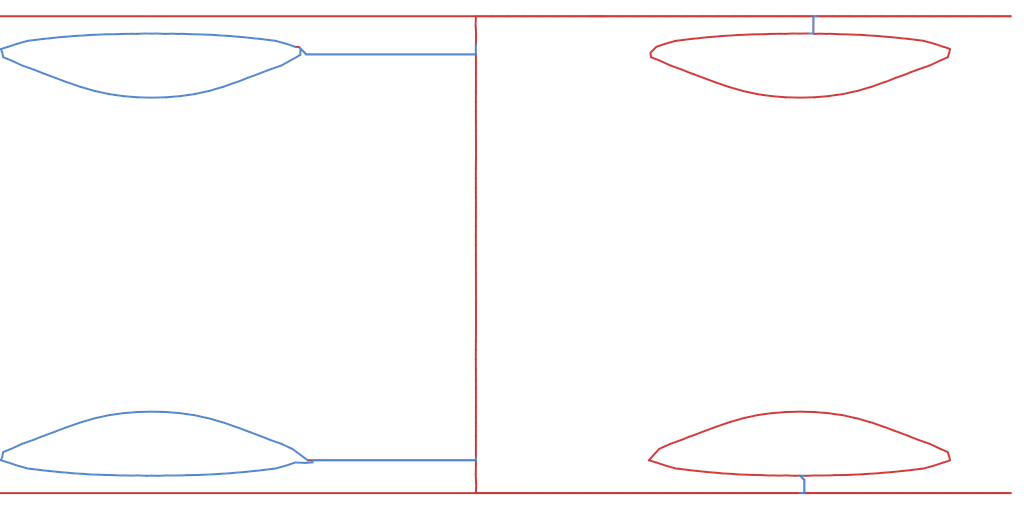
<source format=kicad_pcb>
(kicad_pcb (version 20221018) (generator pcbnew)
  (layers (0 "F.Cu" signal) (31 "B.Cu" signal) (34 "B.Paste" user) (35 "F.Paste" user) (36 "B.SilkS" user "B.Silkscreen") (37 "F.SilkS" user "F.Silkscreen") (38 "B.Mask" user) (39 "F.Mask" user) (44 "Edge.Cuts" user))
  (net 0 "")
  (net 1 "Net-(J1-Pin_1)")
  (footprint "Library:Banana_Jack_2Pin_Vert" (layer "F.Cu") (at 1434.118996 469.282843)
    (fp_text reference "J1")
    (fp_text value "Conn_01x02_Socket")
  )
  (gr_text "-->" (at -534.1878 -296.064912) (layer "F.SilkS") (effects (font (size 20 20) (thickness 0.1)) (justify left bottom)))
  (gr_text "-->" (at 575.477632 -513.744233) (layer "F.SilkS") (effects (font (size 20 20) (thickness 0.1)) (justify left bottom)))
  (gr_text "-->" (at -522.754782 490.520806) (layer "F.SilkS") (effects (font (size 20 20) (thickness 0.1)) (justify left bottom)))
  (gr_text "-->" (at 718.649519 322.951) (layer "F.SilkS") (effects (font (size 20 20) (thickness 0.1)) (justify left bottom)))
  (gr_text "<--" (at 805.662853 -291.999) (layer "F.SilkS") (effects (font (size 20 20) (thickness 0.1)) (justify left bottom)))
  (gr_text "<--" (at -535.861133 -485.988245) (layer "F.SilkS") (effects (font (size 20 20) (thickness 0.1)) (justify left bottom)))
  (gr_text "<--" (at 802.451856 540.576936) (layer "F.SilkS") (effects (font (size 20 20) (thickness 0.1)) (justify left bottom)))
  (gr_text "<--" (at 188.218591 131.362734 270) (layer "F.SilkS") (effects (font (size 20 20) (thickness 0.1)) (justify left bottom)))
  (gr_text "-->" (at 693.549519 -435.905667) (layer "F.SilkS") (effects (font (size 20 20) (thickness 0.1)) (justify left bottom)))
  (gr_text "<--" (at -522.271643 308.555172) (layer "F.SilkS") (effects (font (size 20 20) (thickness 0.1)) (justify left bottom)))
  (gr_text "<--" (at 703.264149 450.612389) (layer "F.SilkS") (effects (font (size 20 20) (thickness 0.1)) (justify left bottom)))
  (segment (start 411.98 -499.9992) (end 441.566084 -499.999897) (width 4) (layer "F.Cu") (net 1))
  (segment (start 1125.76 -396.7417) (end 1125.73 -396.73) (width 4) (layer "F.Cu") (net 1))
  (segment (start 1518.485687 -0.0283) (end 1518.485687 0.03) (width 4) (layer "F.Cu") (net 1))
  (segment (start 1518.485687 -240.0333) (end 1518.485687 -239.95) (width 4) (layer "F.Cu") (net 1))
  (segment (start 1154.77 -435.811) (end 1161.99 -433.7) (width 4) (layer "F.Cu") (net 1))
  (segment (start 445.96 499.9992) (end 411.98 500) (width 4) (layer "F.Cu") (net 1))
  (segment (start 853.82 -329.2787) (end 823.85 -330) (width 4) (layer "F.Cu") (net 1))
  (segment (start 174.06 -79.9991) (end 174.06 -80) (width 4) (layer "F.Cu") (net 1))
  (segment (start 1078.72 452.7285) (end 1069.29 453.52) (width 4) (layer "F.Cu") (net 1))
  (segment (start 1148.67 -407.4969) (end 1125.76 -396.74) (width 4) (layer "F.Cu") (net 1))
  (segment (start 173.98 -179.9755) (end 173.96 -180.03) (width 4) (layer "F.Cu") (net 1))
  (segment (start 1518.485687 260.0201) (end 1518.485687 280) (width 4) (layer "F.Cu") (net 1))
  (segment (start 310.01 499.9978) (end 276.03 500) (width 4) (layer "F.Cu") (net 1))
  (segment (start 995.14 459.77) (end 984.94 460.51) (width 4) (layer "F.Cu") (net 1))
  (segment (start 717.87 -499.9999) (end 717.87 -500) (width 4) (layer "F.Cu") (net 1))
  (segment (start 1397.63 -499.9984) (end 1397.63 -500) (width 4) (layer "F.Cu") (net 1))
  (segment (start 174.06 414.0678) (end 174.05 400.01) (width 4) (layer "F.Cu") (net 1))
  (segment (start 174.78 480.2237) (end 174.39 479.88) (width 4) (layer "F.Cu") (net 1))
  (segment (start 173.87 199.9427) (end 174.06 183.03) (width 4) (layer "F.Cu") (net 1))
  (segment (start 174.09 -359.9914) (end 174.09 -360.01) (width 4) (layer "F.Cu") (net 1))
  (segment (start 1431.62 499.9969) (end 1431.61 500) (width 4) (layer "F.Cu") (net 1))
  (segment (start 994.09 -459.8761) (end 1015.98 -458.66) (width 4) (layer "F.Cu") (net 1))
  (segment (start 853.251894 500) (end 819.83 500) (width 4) (layer "F.Cu") (net 1))
  (segment (start 276.02 499.9967) (end 242.04 500) (width 4) (layer "F.Cu") (net 1))
  (segment (start 1518.485687 219.8656) (end 1518.485687 220.08) (width 4) (layer "F.Cu") (net 1))
  (segment (start 1518.485687 -300.0158) (end 1518.485687 -299.98) (width 4) (layer "F.Cu") (net 1))
  (segment (start 242.03 499.9943) (end 208.06 499.99) (width 4) (layer "F.Cu") (net 1))
  (segment (start 1168.29 431.1615) (end 1161.99 433.7) (width 4) (layer "F.Cu") (net 1))
  (segment (start 173.79 459.9186) (end 174.06 440) (width 4) (layer "F.Cu") (net 1))
  (segment (start 570.8 -442.1095) (end 592.76 -448.37) (width 4) (layer "F.Cu") (net 1))
  (segment (start 173.94 -140.0366) (end 173.92 -159.96) (width 4) (layer "F.Cu") (net 1))
  (segment (start 798.86 462.9454) (end 788.49 463.17) (width 4) (layer "F.Cu") (net 1))
  (segment (start 1518.485687 80.029) (end 1518.485687 99.97) (width 4) (layer "F.Cu") (net 1))
  (segment (start 1518.485687 120.0346) (end 1518.485687 139.98) (width 4) (layer "F.Cu") (net 1))
  (segment (start 1518.485687 -380.0114) (end 1518.485687 -379.99) (width 4) (layer "F.Cu") (net 1))
  (segment (start 1518.485687 -160.1159) (end 1518.485687 -159.92) (width 4) (layer "F.Cu") (net 1))
  (segment (start 479.95 -499.9993) (end 479.95 -500) (width 4) (layer "F.Cu") (net 1))
  (segment (start 1518.485687 280.0024) (end 1518.485687 283.6) (width 4) (layer "F.Cu") (net 1))
  (segment (start 793.86 -332.5076) (end 776.92 -334.74) (width 4) (layer "F.Cu") (net 1))
  (segment (start 1518.485687 180.0586) (end 1518.485687 199.87) (width 4) (layer "F.Cu") (net 1))
  (segment (start 1518.485687 340.0008) (end 1518.485687 359.99) (width 4) (layer "F.Cu") (net 1))
  (segment (start 377.99 -500) (end 441.565981 -500) (width 4) (layer "F.Cu") (net 1))
  (segment (start 174.09 -499.9857) (end 208.04 -499.99) (width 4) (layer "F.Cu") (net 1))
  (segment (start 881.352176 -500) (end 881.833847 -499.518329) (width 4) (layer "F.Cu") (net 1))
  (segment (start 894.51 463.1912) (end 885.55 463.02) (width 4) (layer "F.Cu") (net 1))
  (segment (start 1518.485687 -59.9731) (end 1518.485687 -40.04) (width 4) (layer "F.Cu") (net 1))
  (segment (start 1449.358996 454.552843) (end 1461.994939 454.552843) (width 4) (layer "F.Cu") (net 1))
  (segment (start 1518.485687 340.0007) (end 1518.485687 340) (width 4) (layer "F.Cu") (net 1))
  (segment (start 1518.485687 -273.5537) (end 1518.485687 -260.01) (width 4) (layer "F.Cu") (net 1))
  (segment (start 637.69 -453.52) (end 659.06 -455.94) (width 4) (layer "F.Cu") (net 1))
  (segment (start 683.88 -499.9999) (end 683.88 -500) (width 4) (layer "F.Cu") (net 1))
  (segment (start 862.693832 472.354632) (end 853.82 463.4808) (width 4) (layer "F.Cu") (net 1))
  (segment (start 1518.485687 -280.0054) (end 1518.485687 -279.99) (width 4) (layer "F.Cu") (net 1))
  (segment (start 917.61 462.936) (end 894.51 463.19) (width 4) (layer "F.Cu") (net 1))
  (segment (start 1518.485687 35.6371) (end 1518.485687 40) (width 4) (layer "F.Cu") (net 1))
  (segment (start 881.833847 -499.518329) (end 881.76 -499.444482) (width 4) (layer "F.Cu") (net 1))
  (segment (start 1499.6 499.9856) (end 1499.58 499.99) (width 4) (layer "F.Cu") (net 1))
  (segment (start 1069.29 453.5229) (end 1047.75 455.88) (width 4) (layer "F.Cu") (net 1))
  (segment (start 174.28 -459.92) (end 174.38 -460.12) (width 4) (layer "F.Cu") (net 1))
  (segment (start 173.97 -20.0277) (end 173.98 -39.98) (width 4) (layer "F.Cu") (net 1))
  (segment (start 1518.485687 -260.0137) (end 1518.485687 -259.98) (width 4) (layer "F.Cu") (net 1))
  (segment (start 1518.485687 -200.0002) (end 1518.485687 -180.1) (width 4) (layer "F.Cu") (net 1))
  (segment (start 1159.71 499.9996) (end 1125.73 500) (width 4) (layer "F.Cu") (net 1))
  (segment (start 1003.73 351.9789) (end 1029.61 361.19) (width 4) (layer "F.Cu") (net 1))
  (segment (start 174.26 -239.9262) (end 174.18 -240.05) (width 4) (layer "F.Cu") (net 1))
  (segment (start 1193.7 -499.9995) (end 1227.68 -500) (width 4) (layer "F.Cu") (net 1))
  (segment (start 637.37 -375.9386) (end 630.65 -378.6) (width 4) (layer "F.Cu") (net 1))
  (segment (start 1136.09 442.0737) (end 1113.15 448.37) (width 4) (layer "F.Cu") (net 1))
  (segment (start 1078.71 -452.7209) (end 1107.92 -449.12) (width 4) (layer "F.Cu") (net 1))
  (segment (start 691.02 458.7034) (end 675.24 457.19) (width 4) (layer "F.Cu") (net 1))
  (segment (start 1461.994939 454.552843) (end 1462.376413 454.171369) (width 4) (layer "F.Cu") (net 1))
  (segment (start 1518.485687 -119.9735) (end 1518.485687 -100.02) (width 4) (layer "F.Cu") (net 1))
  (segment (start 1163.47 -413.9516) (end 1148.67 -407.5) (width 4) (layer "F.Cu") (net 1))
  (segment (start -178.735691 431.15037) (end -178.796061 431.09) (width 4) (layer "F.Cu") (net 1))
  (segment (start 242.03 -499.9945) (end 242.04 -500) (width 4) (layer "F.Cu") (net 1))
  (segment (start 174.06 -470.142) (end 173.69 -479.88) (width 4) (layer "F.Cu") (net 1))
  (segment (start 755.06 -462.0522) (end 779.47 -462.3) (width 4) (layer "F.Cu") (net 1))
  (segment (start 763.88 -336.7823) (end 739.31 -342.06) (width 4) (layer "F.Cu") (net 1))
  (segment (start 825.86 462.9868) (end 808.74 463.41) (width 4) (layer "F.Cu") (net 1))
  (segment (start 1193.7 -499.9996) (end 1193.7 -500) (width 4) (layer "F.Cu") (net 1))
  (segment (start 1518.485687 320.0074) (end 1518.485687 339.76) (width 4) (layer "F.Cu") (net 1))
  (segment (start 581.92 499.9996) (end 547.93 500) (width 4) (layer "F.Cu") (net 1))
  (segment (start 174.1 -399.9864) (end 174.1 -400.01) (width 4) (layer "F.Cu") (net 1))
  (segment (start 1518.485687 119.9727) (end 1518.485687 120.03) (width 4) (layer "F.Cu") (net 1))
  (segment (start 174.08 -440.0086) (end 174.079864 -440.464717) (width 4) (layer "F.Cu") (net 1))
  (segment (start 174.06 24.461) (end 174.05 20) (width 4) (layer "F.Cu") (net 1))
  (segment (start 723.94 460.8738) (end 713.48 459.89) (width 4) (layer "F.Cu") (net 1))
  (segment (start 739.13 341.9933) (end 763.88 336.7) (width 4) (layer "F.Cu") (net 1))
  (segment (start 1518.485687 59.983) (end 1518.485687 60.02) (width 4) (layer "F.Cu") (net 1))
  (segment (start 1518.485687 -239.9463) (end 1518.485687 -220.04) (width 4) (layer "F.Cu") (net 1))
  (segment (start 853.82 463.4808) (end 842.18 463.76) (width 4) (layer "F.Cu") (net 1))
  (segment (start 1449.358996 484.522843) (end 1448.653412 484.522843) (width 0.2) (layer "F.Cu") (net 1))
  (segment (start 552.29 435.8432) (end 545.23 433.72) (width 4) (layer "F.Cu") (net 1))
  (segment (start -178.675321 431.09) (end -178.735691 431.15037) (width 4) (layer "F.Cu") (net 1))
  (segment (start 547.93 -499.9996) (end 547.93 -500) (width 4) (layer "F.Cu") (net 1))
  (segment (start 1107.92 -449.1153) (end 1109.28 -448.99) (width 4) (layer "F.Cu") (net 1))
  (segment (start 174.05 -340.0041) (end 174.06 -345.24) (width 4) (layer "F.Cu") (net 1))
  (segment (start 953.36 -461.9339) (end 965.3 -461.44) (width 4) (layer "F.Cu") (net 1))
  (segment (start 1518.485687 160.0076) (end 1518.485687 162.64) (width 4) (layer "F.Cu") (net 1))
  (segment (start 653.27 -369.9797) (end 637.37 -375.94) (width 4) (layer "F.Cu") (net 1))
  (segment (start 965.3 -461.4403) (end 983.06 -460.88) (width 4) (layer "F.Cu") (net 1))
  (segment (start 1518.485687 470.3295) (end 1518.485687 479.88) (width 4) (layer "F.Cu") (net 1))
  (segment (start 926.95 462.3792) (end 917.61 462.94) (width 4) (layer "F.Cu") (net 1))
  (segment (start 276.03 -499.9978) (end 310.01 -500) (width 4) (layer "F.Cu") (net 1))
  (segment (start 703.91 -351.9678) (end 677.84 -360.9) (width 4) (layer "F.Cu") (net 1))
  (segment (start 1518.485687 20.0134) (end 1518.485687 35.64) (width 4) (layer "F.Cu") (net 1))
  (segment (start 174.36 -219.8878) (end 174.24 -220.07) (width 4) (layer "F.Cu") (net 1))
  (segment (start 552.3 -435.76) (end 540.14 -423.6) (width 4) (layer "F.Cu") (net 1))
  (segment (start 885.55 463.0153) (end 866.48 463.79) (width 4) (layer "F.Cu") (net 1))
  (segment (start 174.06 -499.3252) (end 174.09 -499.99) (width 4) (layer "F.Cu") (net 1))
  (segment (start 838.41 -463.7995) (end 853.82 -463.49) (width 4) (layer "F.Cu") (net 1))
  (segment (start 883.89 -330.0335) (end 883.8 -330.02) (width 4) (layer "F.Cu") (net 1))
  (segment (start 513.94 499.9996) (end 513.94 500) (width 4) (layer "F.Cu") (net 1))
  (segment (start 675.24 457.1916) (end 659.09 455.91) (width 4) (layer "F.Cu") (net 1))
  (segment (start 1518.485687 -359.996) (end 1518.485687 -351.72) (width 4) (layer "F.Cu") (net 1))
  (segment (start 173.96 -180.0307) (end 174.06 -186.44) (width 4) (layer "F.Cu") (net 1))
  (segment (start 615.9 -499.9997) (end 615.9 -500) (width 4) (layer "F.Cu") (net 1))
  (segment (start 722.52 -460.5595) (end 747.04 -461.65) (width 4) (layer "F.Cu") (net 1))
  (segment (start 615.9 499.9998) (end 615.9 500) (width 4) (layer "F.Cu") (net 1))
  (segment (start 1518.485687 -140.0715) (end 1518.485687 -139.95) (width 4) (layer "F.Cu") (net 1))
  (segment (start 812.2 -463.2254) (end 822.43 -463.04) (width 4) (layer "F.Cu") (net 1))
  (segment (start 711.82 -459.7819) (end 722.52 -460.56) (width 4) (layer "F.Cu") (net 1))
  (segment (start 888.44524 -499.971517) (end 888.473723 -500) (width 4) (layer "F.Cu") (net 1))
  (segment (start 966.77 342.0483) (end 973.75 343.28) (width 4) (layer "F.Cu") (net 1))
  (segment (start 1518.485687 -220.0406) (end 1518.485687 -219.93) (width 4) (layer "F.Cu") (net 1))
  (segment (start 955.78 499.9999) (end 955.78 500) (width 4) (layer "F.Cu") (net 1))
  (segment (start 1518.485687 -480.2134) (end 1518.485687 -479.88) (width 4) (layer "F.Cu") (net 1))
  (segment (start 1518.485687 79.975) (end 1518.485687 80.03) (width 4) (layer "F.Cu") (net 1))
  (segment (start 581.92 396.7431) (end 581.92 396.74) (width 4) (layer "F.Cu") (net 1))
  (segment (start 1518.485687 -179.9221) (end 1518.485687 -160.12) (width 4) (layer "F.Cu") (net 1))
  (segment (start 174.06 -107.7471) (end 174.04 -119.99) (width 4) (layer "F.Cu") (net 1))
  (segment (start 173.98 -19.9737) (end 173.97 -20.03) (width 4) (layer "F.Cu") (net 1))
  (segment (start 513.94 -499.9996) (end 547.93 -500) (width 4) (layer "F.Cu") (net 1))
  (segment (start 1397.63 499.9978) (end 1397.63 500) (width 4) (layer "F.Cu") (net 1))
  (segment (start 174.1 320.0149) (end 174.11 319.98) (width 4) (layer "F.Cu") (net 1))
  (segment (start 1518.485687 0.0283) (end 1518.485687 19.99) (width 4) (layer "F.Cu") (net 1))
  (segment (start 1465.6 -499.9967) (end 1465.61 -499.99) (width 4) (layer "F.Cu") (net 1))
  (segment (start 1462.376413 496.756413) (end 1465.61 499.99) (width 4) (layer "F.Cu") (net 1))
  (segment (start 1023.76 499.9999) (end 1023.76 500) (width 4) (layer "F.Cu") (net 1))
  (segment (start 1518.485687 -19.9637) (end 1518.485687 -0.03) (width 4) (layer "F.Cu") (net 1))
  (segment (start 888.473723 -500) (end 921.8 -500) (width 4) (layer "F.Cu") (net 1))
  (segment (start 1431.61 499.9978) (end 1397.63 500) (width 4) (layer "F.Cu") (net 1))
  (segment (start 1518.485687 400.0084) (end 1518.485687 420) (width 4) (layer "F.Cu") (net 1))
  (segment (start 633.89 377.5013) (end 650.45 371.13) (width 4) (layer "F.Cu") (net 1))
  (segment (start 1083.69 -381.7102) (end 1079.06 -379.7) (width 4) (layer "F.Cu") (net 1))
  (segment (start 174.11 300.0172) (end 174.12 299.98) (width 4) (layer "F.Cu") (net 1))
  (segment (start 174.06 414.0678) (end 174.06 425.441319) (width 4) (layer "F.Cu") (net 1))
  (segment (start 174.09 180.0108) (end 174.09 179.99) (width 4) (layer "F.Cu") (net 1))
  (segment (start 739.31 -342.0567) (end 733.9 -343.29) (width 4) (layer "F.Cu") (net 1))
  (segment (start 174.06 425.441319) (end 174.071325 425.452644) (width 4) (layer "F.Cu") (net 1))
  (segment (start 1109.28 -448.9902) (end 1113.12 -448.37) (width 4) (layer "F.Cu") (net 1))
  (segment (start 921.8 -500) (end 955.78 -500) (width 4) (layer "F.Cu") (net 1))
  (segment (start 1518.485687 -319.9836) (end 1518.485687 -300.02) (width 4) (layer "F.Cu") (net 1))
  (segment (start 174.06 -80.0014) (end 174.06 -85.33) (width 4) (layer "F.Cu") (net 1))
  (segment (start 1518.485687 -351.7161) (end 1518.485687 -340.01) (width 4) (layer "F.Cu") (net 1))
  (segment (start 863.852013 463.79) (end 862.69906 463.79) (width 4) (layer "F.Cu") (net 1))
  (segment (start 649.9 -499.9999) (end 683.88 -500) (width 4) (layer "F.Cu") (net 1))
  (segment (start 1499.58 499.9945) (end 1465.61 499.99) (width 4) (layer "F.Cu") (net 1))
  (segment (start 1518.485687 -120.0337) (end 1518.485687 -119.97) (width 4) (layer "F.Cu") (net 1))
  (segment (start 1161.99 -433.7003) (end 1168.27 -431.16) (width 4) (layer "F.Cu") (net 1))
  (segment (start 558.23 407.4883) (end 581.92 396.74) (width 4) (layer "F.Cu") (net 1))
  (segment (start 174.06 431.09) (end -178.675321 431.09) (width 4) (layer "F.Cu") (net 1))
  (segment (start 1031.74 457.0652) (end 1016.4 458.54) (width 4) (layer "F.Cu") (net 1))
  (segment (start 174.09 280.011) (end 174.1 279.99) (width 4) (layer "F.Cu") (net 1))
  (segment (start 789.85 -462.9126) (end 812.2 -463.23) (width 4) (layer "F.Cu") (net 1))
  (segment (start 1518.485687 -60.0305) (end 1518.485687 -59.97) (width 4) (layer "F.Cu") (net 1))
  (segment (start 1518.485687 259.9721) (end 1518.485687 260.02) (width 4) (layer "F.Cu") (net 1))
  (segment (start 1023.76 499.9999) (end 989.77 500) (width 4) (layer "F.Cu") (net 1))
  (segment (start 1193.7 499.9995) (end 1193.7 500) (width 4) (layer "F.Cu") (net 1))
  (segment (start 441.566084 -499.999897) (end 445.96 -500) (width 4) (layer "F.Cu") (net 1))
  (segment (start 928.41 -334.7015) (end 913.78 -332.5) (width 4) (layer "F.Cu") (net 1))
  (segment (start 1125.72 499.9997) (end 1091.73 500) (width 4) (layer "F.Cu") (net 1))
  (segment (start 570.82 442.0867) (end 552.29 435.84) (width 4) (layer "F.Cu") (net 1))
  (segment (start 628.35 -452.7172) (end 637.69 -453.52) (width 4) (layer "F.Cu") (net 1))
  (segment (start 377.99 499.9991) (end 377.99 500) (width 4) (layer "F.Cu") (net 1))
  (segment (start 545.23 433.7218) (end 536.66 431.16) (width 4) (layer "F.Cu") (net 1))
  (segment (start 908.78 -462.9484) (end 917.78 -463.17) (width 4) (layer "F.Cu") (net 1))
  (segment (start 173.69 -479.8841) (end 173.29 -480.2) (width 4) (layer "F.Cu") (net 1))
  (segment (start 1518.485687 239.9251) (end 1518.485687 240.05) (width 4) (layer "F.Cu") (net 1))
  (segment (start 1159.71 499.9996) (end 1159.71 500) (width 4) (layer "F.Cu") (net 1))
  (segment (start 1518.485687 -180.0958) (end 1518.485687 -179.92) (width 4) (layer "F.Cu") (net 1))
  (segment (start 1518.485687 -279.9944) (end 1518.485687 -273.55) (width 4) (layer "F.Cu") (net 1))
  (segment (start 174.25 140.0688) (end 174.2 139.95) (width 4) (layer "F.Cu") (net 1))
  (segment (start 866.48 463.79) (end 863.984187 463.79) (width 4) (layer "F.Cu") (net 1))
  (segment (start 853.82 500) (end 853.340484 500) (width 4) (layer "F.Cu") (net 1))
  (segment (start 823.85 -329.9967) (end 823.84 -330) (width 4) (layer "F.Cu") (net 1))
  (segment (start 1125.7 -396.72) (end 1100.77 -388.12) (width 4) (layer "F.Cu") (net 1))
  (segment (start 888.416757 -500) (end 888.44524 -499.971517) (width 4) (layer "F.Cu") (net 1))
  (segment (start 917.78 -463.1727) (end 935.92 -462.26) (width 4) (layer "F.Cu") (net 1))
  (segment (start 174.06 183.0267) (end 174.09 180.01) (width 4) (layer "F.Cu") (net 1))
  (segment (start 822.43 -463.0407) (end 838.41 -463.8) (width 4) (layer "F.Cu") (net 1))
  (segment (start 1518.485687 -320.0159) (end 1518.485687 -319.98) (width 4) (layer "F.Cu") (net 1))
  (segment (start 675.19 -457.1395) (end 690.45 -458.58) (width 4) (layer "F.Cu") (net 1))
  (segment (start 1518.485687 -499.9866) (end 1518.485687 -480.21) (width 4) (layer "F.Cu") (net 1))
  (segment (start 1166.69 423.6493) (end 1168.29 431.16) (width 4) (layer "F.Cu") (net 1))
  (segment (start 873.465008 -463.77) (end 873.556827 -463.678181) (width 4) (layer "F.Cu") (net 1))
  (segment (start 552.3 -435.8513) (end 570.8 -442.11) (width 4) (layer "F.Cu") (net 1))
  (segment (start 1047.75 455.8796) (end 1031.74 457.07) (width 4) (layer "F.Cu") (net 1))
  (segment (start 1518.485687 -200.0398) (end 1518.485687 -200) (width 4) (layer "F.Cu") (net 1))
  (segment (start 547.93 -499.9996) (end 581.92 -500) (width 4) (layer "F.Cu") (net 1))
  (segment (start 706.8 -351.1128) (end 703.91 -351.97) (width 4) (layer "F.Cu") (net 1))
  (segment (start 649.89 -499.9998) (end 649.9 -500) (width 4) (layer "F.Cu") (net 1))
  (segment (start 1261.67 -499.9993) (end 1261.68 -500) (width 4) (layer "F.Cu") (net 1))
  (segment (start 955.78 -500) (end 955.78 -500) (width 4) (layer "F.Cu") (net 1))
  (segment (start 1125.72 396.7417) (end 1125.72 396.74) (width 4) (layer "F.Cu") (net 1))
  (segment (start 1518.485687 -469.4859) (end 1518.485687 -460.11) (width 4) (layer "F.Cu") (net 1))
  (segment (start 174.19 -200.0483) (end 174.36 -219.89) (width 4) (layer "F.Cu") (net 1))
  (segment (start 1163.39 413.9516) (end 1166.69 423.65) (width 4) (layer "F.Cu") (net 1))
  (segment (start 853.296189 499.955705) (end 853.251894 500) (width 4) (layer "F.Cu") (net 1))
  (segment (start 344 -499.9988) (end 377.99 -500) (width 4) (layer "F.Cu") (net 1))
  (segment (start 173.98 -40.0261) (end 174.02 -59.99) (width 4) (layer "F.Cu") (net 1))
  (segment (start 928.35 334.7223) (end 943.77 336.75) (width 4) (layer "F.Cu") (net 1))
  (segment (start 479.95 499.9995) (end 479.95 500) (width 4) (layer "F.Cu") (net 1))
  (segment (start 1499.58 -499.9943) (end 1499.6 -499.99) (width 4) (layer "F.Cu") (net 1))
  (segment (start 173.92 200.0438) (end 173.87 199.94) (width 4) (layer "F.Cu") (net 1))
  (segment (start 173.29 -480.2001) (end 174.06 -499.33) (width 4) (layer "F.Cu") (net 1))
  (segment (start 174.05 259.9956) (end 173.99 240.02) (width 4) (layer "F.Cu") (net 1))
  (segment (start 1079.06 -379.6977) (end 1073.43 -377.46) (width 4) (layer "F.Cu") (net 1))
  (segment (start 479.95 499.9993) (end 445.97 500) (width 4) (layer "F.Cu") (net 1))
  (segment (start 1431.62 -499.9967) (end 1465.6 -500) (width 4) (layer "F.Cu") (net 1))
  (segment (start 779.47 -462.2979) (end 789.85 -462.91) (width 4) (layer "F.Cu") (net 1))
  (segment (start 1227.69 -499.9993) (end 1261.67 -500) (width 4) (layer "F.Cu") (net 1))
  (segment (start 771.4 462.253) (end 753.71 461.93) (width 4) (layer "F.Cu") (net 1))
  (segment (start 598.24 -449) (end 599.6 -449.13) (width 4) (layer "F.Cu") (net 1))
  (segment (start 862.69906 463.79) (end 862.647224 463.841836) (width 4) (layer "F.Cu") (net 1))
  (segment (start 445.97 -499.9993) (end 479.95 -500) (width 4) (layer "F.Cu") (net 1))
  (segment (start 1035.44 -363.0619) (end 1028.57 -361.11) (width 4) (layer "F.Cu") (net 1))
  (segment (start 1161.99 433.6975) (end 1154.79 435.79) (width 4) (layer "F.Cu") (net 1))
  (segment (start 173.99 240.0234) (end 173.94 239.96) (width 4) (layer "F.Cu") (net 1))
  (segment (start 174.23 -199.9369) (end 174.19 -200.05) (width 4) (layer "F.Cu") (net 1))
  (segment (start 717.87 499.9999) (end 683.88 500) (width 4) (layer "F.Cu") (net 1))
  (segment (start 173.98 -39.9763) (end 173.98 -40.03) (width 4) (layer "F.Cu") (net 1))
  (segment (start 1499.6 -499.9866) (end 1518.485687 -499.99) (width 4) (layer "F.Cu") (net 1))
  (segment (start 1125.73 -396.7316) (end 1125.7 -396.72) (width 4) (layer "F.Cu") (net 1))
  (segment (start 536.66 431.1615) (end 558.23 407.4883) (width 4) (layer "F.Cu") (net 1))
  (segment (start 174.06 -345.2373) (end 174.09 -359.99) (width 4) (layer "F.Cu") (net 1))
  (segment (start 276.02 -499.9969) (end 276.03 -500) (width 4) (layer "F.Cu") (net 1))
  (segment (start 1051.49 369.2791) (end 1060.2 372.25) (width 4) (layer "F.Cu") (net 1))
  (segment (start 1518.485687 -419.9992) (end 1518.485687 -400.01) (width 4) (layer "F.Cu") (net 1))
  (segment (start 208.04 -499.9857) (end 208.06 -499.99) (width 4) (layer "F.Cu") (net 1))
  (segment (start 823.84 -329.9971) (end 823.83 -330) (width 4) (layer "F.Cu") (net 1))
  (segment (start 547.93 499.9996) (end 513.94 500) (width 4) (layer "F.Cu") (net 1))
  (segment (start 1033.32 362.1717) (end 1051.49 369.28) (width 4) (layer "F.Cu") (net 1))
  (segment (start 785.84 500) (end 751.86 500) (width 4) (layer "F.Cu") (net 1))
  (segment (start 1055.18 -371.1611) (end 1035.44 -363.06) (width 4) (layer "F.Cu") (net 1))
  (segment (start 174.11 -260.0196) (end 174.06 -277.94) (width 4) (layer "F.Cu") (net 1))
  (segment (start 1518.485687 -299.9827) (end 1518.485687 -280.01) (width 4) (layer "F.Cu") (net 1))
  (segment (start 1227.68 499.9995) (end 1193.7 500) (width 4) (layer "F.Cu") (net 1))
  (segment (start 174.06 -277.9355) (end 174.06 -280) (width 4) (layer "F.Cu") (net 1))
  (segment (start 1518.485687 -360.0051) (end 1518.485687 -360) (width 4) (layer "F.Cu") (net 1))
  (segment (start 615.9 -499.9998) (end 649.89 -500) (width 4) (layer "F.Cu") (net 1))
  (segment (start 1518.485687 -99.9856) (end 1518.485687 -80.02) (width 4) (layer "F.Cu") (net 1))
  (segment (start 733.9 -343.2917) (end 706.8 -351.11) (width 4) (layer "F.Cu") (net 1))
  (segment (start 1031.64 -457.1759) (end 1047.78 -455.91) (width 4) (layer "F.Cu") (net 1))
  (segment (start 785.85 500) (end 785.84 500) (width 4) (layer "F.Cu") (net 1))
  (segment (start 174.08 339.9944) (end 174.1 320.01) (width 4) (layer "F.Cu") (net 1))
  (segment (start 174.2 139.95) (end 174.23 120.06) (width 4) (layer "F.Cu") (net 1))
  (segment (start 673.64 -362.3952) (end 653.27 -369.98) (width 4) (layer "F.Cu") (net 1))
  (segment (start 959.84 461.6539) (end 952.23 462.06) (width 4) (layer "F.Cu") (net 1))
  (segment (start 173.92 220.0434) (end 173.82 219.93) (width 4) (layer "F.Cu") (net 1))
  (segment (start 1125.72 396.7436) (end 1125.73 396.75) (width 4) (layer "F.Cu") (net 1))
  (segment (start 174.38 -460.1224) (end 174.06 -470.14) (width 4) (layer "F.Cu") (net 1))
  (segment (start 1518.485687 40.0042) (end 1518.485687 59.98) (width 4) (layer "F.Cu") (net 1))
  (segment (start 883.81 329.9985) (end 913.78 332.49) (width 4) (layer "F.Cu") (net 1))
  (segment (start 883.79 329.9977) (end 883.8 330) (width 4) (layer "F.Cu") (net 1))
  (segment (start 1073.43 -377.4612) (end 1055.18 -371.16) (width 4) (layer "F.Cu") (net 1))
  (segment (start 1136.1 -442.0823) (end 1154.77 -435.81) (width 4) (layer "F.Cu") (net 1))
  (segment (start 1448.653412 484.522843) (end 1446.629286 486.546969) (width 0.2) (layer "F.Cu") (net 1))
  (segment (start 174.06 440.0028) (end 174.06 440) (width 4) (layer "F.Cu") (net 1))
  (segment (start 1091.73 499.9998) (end 1057.75 500) (width 4) (layer "F.Cu") (net 1))
  (segment (start 649.89 499.9998) (end 615.9 500) (width 4) (layer "F.Cu") (net 1))
  (segment (start 1518.485687 200.0989) (end 1518.485687 219.87) (width 4) (layer "F.Cu") (net 1))
  (segment (start 558.25 -407.5076) (end 541.38 -413.95) (width 4) (layer "F.Cu") (net 1))
  (segment (start 174.11 -379.9841) (end 174.1 -380.02) (width 4) (layer "F.Cu") (net 1))
  (segment (start 1518.485687 420.0018) (end 1518.485687 440) (width 4) (layer "F.Cu") (net 1))
  (segment (start 174.05 360.0043) (end 174.05 360) (width 4) (layer "F.Cu") (net 1))
  (segment (start 174.14 59.9707) (end 174.1 40.02) (width 4) (layer "F.Cu") (net 1))
  (segment (start 690.45 -458.5775) (end 711.82 -459.78) (width 4) (layer "F.Cu") (net 1))
  (segment (start 1518.485687 459.9147) (end 1518.485687 460.13) (width 4) (layer "F.Cu") (net 1))
  (segment (start 973.75 -343.1708) (end 966.99 -341.98) (width 4) (layer "F.Cu") (net 1))
  (segment (start 174.06 264.0351) (end 174.05 260) (width 4) (layer "F.Cu") (net 1))
  (segment (start 174.079864 -440.464717) (end 174.28 -459.92) (width 4) (layer "F.Cu") (net 1))
  (segment (start 344 499.9984) (end 310.02 500) (width 4) (layer "F.Cu") (net 1))
  (segment (start 581.92 -499.9996) (end 581.92 -500) (width 4) (layer "F.Cu") (net 1))
  (segment (start 955.78 -499.9999) (end 989.77 -500) (width 4) (layer "F.Cu") (net 1))
  (segment (start 823.78 330.0188) (end 823.84 330.01) (width 4) (layer "F.Cu") (net 1))
  (segment (start 1261.68 499.9992) (end 1261.67 500) (width 4) (layer "F.Cu") (net 1))
  (segment (start 1518.485687 -439.9991) (end 1518.485687 -420) (width 4) (layer "F.Cu") (net 1))
  (segment (start 445.97 499.9993) (end 445.96 500) (width 4) (layer "F.Cu") (net 1))
  (segment (start 592.76 -448.3714) (end 598.24 -449) (width 4) (layer "F.Cu") (net 1))
  (segment (start 1518.485687 -200.0006) (end 1518.485687 -200) (width 4) (layer "F.Cu") (net 1))
  (segment (start 1363.64 499.9984) (end 1363.63 500) (width 4) (layer "F.Cu") (net 1))
  (segment (start 1518.485687 420) (end 1518.485687 420) (width 4) (layer "F.Cu") (net 1))
  (segment (start 174.23 160.0618) (end 174.18 159.96) (width 4) (layer "F.Cu") (net 1))
  (segment (start 823.87 330.0131) (end 853.82 329.28) (width 4) (layer "F.Cu") (net 1))
  (segment (start 173.92 -159.9564) (end 173.85 -160.06) (width 4) (layer "F.Cu") (net 1))
  (segment (start 310.01 -499.9978) (end 310.02 -500) (width 4) (layer "F.Cu") (net 1))
  (segment (start 174.07 -100.0041) (end 174.06 -107.75) (width 4) (layer "F.Cu") (net 1))
  (segment (start 1518.485687 240.0461) (end 1518.485687 259.97) (width 4) (layer "F.Cu") (net 1))
  (segment (start 445.96 -499.9992) (end 445.97 -500) (width 4) (layer "F.Cu") (net 1))
  (segment (start 913.78 -332.4962) (end 883.89 -330.03) (width 4) (layer "F.Cu") (net 1))
  (segment (start 863.984187 463.79) (end 863.9181 463.723913) (width 4) (layer "F.Cu") (net 1))
  (segment (start 808.74 463.4137) (end 798.86 462.95) (width 4) (layer "F.Cu") (net 1))
  (segment (start 605.89 388.1836) (end 621.62 381.72) (width 4) (layer "F.Cu") (net 1))
  (segment (start 733.9 343.1922) (end 739.13 341.99) (width 4) (layer "F.Cu") (net 1))
  (segment (start 344 499.9988) (end 344 500) (width 4) (layer "F.Cu") (net 1))
  (segment (start 672.21 363.0386) (end 677.57 361.1) (width 4) (layer "F.Cu") (net 1))
  (segment (start 1397.63 499.9984) (end 1363.64 500) (width 4) (layer "F.Cu") (net 1))
  (segment (start 1518.485687 399.993) (end 1518.485687 400.01) (width 4) (layer "F.Cu") (net 1))
  (segment (start 677.57 361.0966) (end 703.91 351.97) (width 4) (layer "F.Cu") (net 1))
  (segment (start 208.06 499.9943) (end 208.04 499.99) (width 4) (layer "F.Cu") (net 1))
  (segment (start 637.7 453.5287) (end 628.34 452.72) (width 4) (layer "F.Cu") (net 1))
  (segment (start 1462.376413 454.171369) (end 1462.376413 496.756413) (width 4) (layer "F.Cu") (net 1))
  (segment (start 1518.485687 299.9924) (end 1518.485687 300.01) (width 4) (layer "F.Cu") (net 1))
  (segment (start 174.05 400.0055) (end 174.05 400) (width 4) (layer "F.Cu") (net 1))
  (segment (start 1295.66 499.9991) (end 1295.66 500) (width 4) (layer "F.Cu") (net 1))
  (segment (start 174.18 -240.0454) (end 174.14 -259.97) (width 4) (layer "F.Cu") (net 1))
  (segment (start 862.695329 500) (end 862.693832 500.001497) (width 4) (layer "F.Cu") (net 1))
  (segment (start 819.83 500) (end 785.85 500) (width 4) (layer "F.Cu") (net 1))
  (segment (start 1125.73 -499.9996) (end 1159.71 -500) (width 4) (layer "F.Cu") (net 1))
  (segment (start 599.6 -449.1267) (end 628.35 -452.72) (width 4) (layer "F.Cu") (net 1))
  (segment (start 1518.485687 -100.0175) (end 1518.485687 -99.99) (width 4) (layer "F.Cu") (net 1))
  (segment (start 624.56 -380.5276) (end 606.77 -387.84) (width 4) (layer "F.Cu") (net 1))
  (segment (start 174.1 -400.0147) (end 174.08 -419.99) (width 4) (layer "F.Cu") (net 1))
  (segment (start 1397.63 -499.9978) (end 1431.61 -500) (width 4) (layer "F.Cu") (net 1))
  (segment (start 887.81 -500) (end 888.416757 -500) (width 4) (layer "F.Cu") (net 1))
  (segment (start 1159.71 -499.9996) (end 1159.71 -500) (width 4) (layer "F.Cu") (net 1))
  (segment (start 513.94 499.9995) (end 479.95 500) (width 4) (layer "F.Cu") (net 1))
  (segment (start 174.12 299.9811) (end 174.09 280.01) (width 4) (layer "F.Cu") (net 1))
  (segment (start -178.796061 431.09) (end -179.041252 431.09) (width 4) (layer "F.Cu") (net 1))
  (segment (start 1227.68 -499.9995) (end 1227.69 -500) (width 4) (layer "F.Cu") (net 1))
  (segment (start 242.04 499.9967) (end 242.03 499.99) (width 4) (layer "F.Cu") (net 1))
  (segment (start 599.59 449.1142) (end 598.25 448.99) (width 4) (layer "F.Cu") (net 1))
  (segment (start 552.3 -435.8513) (end 552.3 -435.76) (width 4) (layer "F.Cu") (net 1))
  (segment (start 883.8 329.998) (end 883.81 330) (width 4) (layer "F.Cu") (net 1))
  (segment (start 1148.63 407.5398) (end 1163.39 413.95) (width 4) (layer "F.Cu") (net 1))
  (segment (start 989.77 -499.9999) (end 989.77 -500) (width 4) (layer "F.Cu") (net 1))
  (segment (start 1518.485687 499.3421) (end 1518.485687 499.99) (width 4) (layer "F.Cu") (net 1))
  (segment (start 1518.485687 -460.1145) (end 1518.485687 -459.93) (width 4) (layer "F.Cu") (net 1))
  (segment (start 763.88 336.696) (end 776.8 334.7) (width 4) (layer "F.Cu") (net 1))
  (segment (start 547.93 499.9996) (end 547.93 500) (width 4) (layer "F.Cu") (net 1))
  (segment (start 1518.485687 360.0088) (end 1518.485687 379.99) (width 4) (layer "F.Cu") (net 1))
  (segment (start 952.23 462.0639) (end 926.95 462.38) (width 4) (layer "F.Cu") (net 1))
  (segment (start 1431.61 499.9978) (end 1433.884039 499.9978) (width 4) (layer "F.Cu") (net 1))
  (segment (start 1227.69 499.9993) (end 1227.68 500) (width 4) (layer "F.Cu") (net 1))
  (segment (start 581.92 499.9997) (end 581.92 500) (width 4) (layer "F.Cu") (net 1))
  (segment (start 592.87 448.3714) (end 570.82 442.09) (width 4) (layer "F.Cu") (net 1))
  (segment (start 973.75 343.2819) (end 999.86 351.12) (width 4) (layer "F.Cu") (net 1))
  (segment (start 630.65 -378.5958) (end 624.56 -380.53) (width 4) (layer "F.Cu") (net 1))
  (segment (start 753.71 461.932) (end 741.74 461.44) (width 4) (layer "F.Cu") (net 1))
  (segment (start 1261.67 499.9993) (end 1227.69 500) (width 4) (layer "F.Cu") (net 1))
  (segment (start 174.1 -380.0162) (end 174.1 -399.99) (width 4) (layer "F.Cu") (net 1))
  (segment (start 1518.485687 -459.9252) (end 1518.485687 -440) (width 4) (layer "F.Cu") (net 1))
  (segment (start 1109.28 448.9948) (end 1107.92 449.12) (width 4) (layer "F.Cu") (net 1))
  (segment (start 1518.485687 19.9873) (end 1518.485687 20.01) (width 4) (layer "F.Cu") (net 1))
  (segment (start 1154.79 435.7921) (end 1136.09 442.07) (width 4) (layer "F.Cu") (net 1))
  (segment (start 1107.92 449.1208) (end 1078.72 452.73) (width 4) (layer "F.Cu") (net 1))
  (segment (start 174.02 -320.0134) (end 174.05 -340) (width 4) (layer "F.Cu") (net 1))
  (segment (start 896.81 -463.4181) (end 908.78 -462.95) (width 4) (layer "F.Cu") (net 1))
  (segment (start 793.86 332.4881) (end 823.78 330.02) (width 4) (layer "F.Cu") (net 1))
  (segment (start 174.06 -279.9984) (end 174.06 -280) (width 4) (layer "F.Cu") (net 1))
  (segment (start 1295.66 -499.9991) (end 1329.65 -500) (width 4) (layer "F.Cu") (net 1))
  (segment (start 1091.73 -499.9998) (end 1091.73 -500) (width 4) (layer "F.Cu") (net 1))
  (segment (start 862.693832 500.001497) (end 862.693832 472.354632) (width 4) (layer "F.Cu") (net 1))
  (segment (start 174.1 40.0152) (end 174.1 39.99) (width 4) (layer "F.Cu") (net 1))
  (segment (start 1518.485687 -80.0196) (end 1518.485687 -79.98) (width 4) (layer "F.Cu") (net 1))
  (segment (start 174.05 20.004) (end 174.05 20) (width 4) (layer "F.Cu") (net 1))
  (segment (start 174.05 399.9961) (end 174.04 380.01) (width 4) (layer "F.Cu") (net 1))
  (segment (start 174.04 379.9926) (end 174.05 360) (width 4) (layer "F.Cu") (net 1))
  (segment (start 989.77 499.9999) (end 955.78 500) (width 4) (layer "F.Cu") (net 1))
  (segment (start 1518.485687 -339.9934) (end 1518.485687 -320.02) (width 4) (layer "F.Cu") (net 1))
  (segment (start 174.05 19.9963) (end 174 0.02) (width 4) (layer "F.Cu") (net 1))
  (segment (start 1518.485687 379.9888) (end 1518.485687 380.01) (width 4) (layer "F.Cu") (net 1))
  (segment (start 788.49 463.1696) (end 771.4 462.25) (width 4) (layer "F.Cu") (net 1))
  (segment (start 174.02 -319.9863) (end 174.02 -320.01) (width 4) (layer "F.Cu") (net 1))
  (segment (start 650.45 371.1343) (end 672.21 363.04) (width 4) (layer "F.Cu") (net 1))
  (segment (start 174.14 -259.9727) (end 174.11 -260.02) (width 4) (layer "F.Cu") (net 1))
  (segment (start 411.98 499.9992) (end 411.97 500) (width 4) (layer "F.Cu") (net 1))
  (segment (start 1329.65 -499.9991) (end 1329.65 -500) (width 4) (layer "F.Cu") (net 1))
  (segment (start -182.037296 -420.344031) (end -197.248149 -435.554884) (width 4) (layer "F.Cu") (net 1))
  (segment (start 999.86 351.1191) (end 1003.73 351.98) (width 4) (layer "F.Cu") (net 1))
  (segment (start 310.02 499.9984) (end 310.01 500) (width 4) (layer "F.Cu") (net 1))
  (segment (start 1057.75 499.9999) (end 1023.76 500) (width 4) (layer "F.Cu") (net 1))
  (segment (start 174.19 99.9535) (end 174.19 80.05) (width 4) (layer "F.Cu") (net 1))
  (segment (start 581.92 396.7417) (end 605.89 388.18) (width 4) (layer "F.Cu") (net 1))
  (segment (start 377.99 499.9988) (end 344 500) (width 4) (layer "F.Cu") (net 1))
  (segment (start 883.8 -330.0249) (end 883.72 -330.02) (width 4) (layer "F.Cu") (net 1))
  (segment (start 541.38 -413.9516) (end 540.14 -423.6) (width 4) (layer "F.Cu") (net 1))
  (segment (start 1518.485687 -259.9814) (end 1518.485687 -240.03) (width 4) (layer "F.Cu") (net 1))
  (segment (start 174.09 179.9919) (end 174.23 160.06) (width 4) (layer "F.Cu") (net 1))
  (segment (start 1125.73 396.7467) (end 1148.63 407.54) (width 4) (layer "F.Cu") (net 1))
  (segment (start 1518.485687 60.0194) (end 1518.485687 79.98) (width 4) (layer "F.Cu") (net 1))
  (segment (start 751.85 -499.9999) (end 751.86 -500) (width 4) (layer "F.Cu") (net 1))
  (segment (start 628 379.7232) (end 633.89 377.5) (width 4) (layer "F.Cu") (net 1))
  (segment (start 1363.64 -499.9984) (end 1397.63 -500) (width 4) (layer "F.Cu") (net 1))
  (segment (start 1329.65 -499.9988) (end 1363.63 -500) (width 4) (layer "F.Cu") (net 1))
  (segment (start 513.94 -499.9995) (end 513.94 -500) (width 4) (layer "F.Cu") (net 1))
  (segment (start 683.88 -499.9999) (end 717.87 -500) (width 4) (layer "F.Cu") (net 1))
  (segment (start 174.18 159.9579) (end 174.25 140.07) (width 4) (layer "F.Cu") (net 1))
  (segment (start 853.82 -500) (end 853.82 -500) (width 4) (layer "F.Cu") (net 1))
  (segment (start 1168.27 -431.1615) (end 1166.72 -423.61) (width 4) (layer "F.Cu") (net 1))
  (segment (start 819.83 -500) (end 819.83 -500) (width 4) (layer "F.Cu") (net 1))
  (segment (start 621.62 381.7192) (end 628 379.72) (width 4) (layer "F.Cu") (net 1))
  (segment (start 1082.85 380.8302) (end 1085.31 381.9) (width 4) (layer "F.Cu") (net 1))
  (segment (start 1016.4 458.539) (end 995.14 459.77) (width 4) (layer "F.Cu") (net 1))
  (segment (start 174.06 -186.4384) (end 174.23 -199.94) (width 4) (layer "F.Cu") (net 1))
  (segment (start 174.04 -120.008) (end 173.97 -139.97) (width 4) (layer "F.Cu") (net 1))
  (segment (start 1518.485687 460.1303) (end 1518.485687 470.33) (width 4) (layer "F.Cu") (net 1))
  (segment (start 479.95 -499.9995) (end 513.94 -500) (width 4) (layer "F.Cu") (net 1))
  (segment (start 1125.73 499.9996) (end 1125.72 500) (width 4) (layer "F.Cu") (net 1))
  (segment (start 598.25 448.9893) (end 592.87 448.37) (width 4) (layer "F.Cu") (net 1))
  (segment (start 683.88 499.9999) (end 649.9 500) (width 4) (layer "F.Cu") (net 1))
  (segment (start 883.72 -330.0232) (end 853.82 -329.28) (width 4) (layer "F.Cu") (net 1))
  (segment (start 1518.485687 -420.0027) (end 1518.485687 -420) (width 4) (layer "F.Cu") (net 1))
  (segment (start 1061.18 372.7586) (end 1082.85 380.83) (width 4) (layer "F.Cu") (net 1))
  (segment (start 242.04 -499.9969) (end 276.02 -500) (width 4) (layer "F.Cu") (net 1))
  (segment (start 1518.485687 -340.0074) (end 1518.485687 -339.99) (width 4) (layer "F.Cu") (net 1))
  (segment (start 174.04 -119.9941) (end 174.04 -120.01) (width 4) (layer "F.Cu") (net 1))
  (segment (start 411.97 -499.9991) (end 411.98 -500) (width 4) (layer "F.Cu") (net 1))
  (segment (start -197.248149 -435.554884) (end -205.177252 -435.779884) (width 4) (layer "F.Cu") (net 1))
  (segment (start 1518.485687 -139.9482) (end 1518.485687 -120.03) (width 4) (layer "F.Cu") (net 1))
  (segment (start 1518.485687 -39.9645) (end 1518.485687 -20.04) (width 4) (layer "F.Cu") (net 1))
  (segment (start 1518.485687 -20.0383) (end 1518.485687 -19.96) (width 4) (layer "F.Cu") (net 1))
  (segment (start 173.82 219.9259) (end 173.92 200.04) (width 4) (layer "F.Cu") (net 1))
  (segment (start 174.06 439.9993) (end 174.06 431.09) (width 4) (layer "F.Cu") (net 1))
  (segment (start 581.92 -499.9997) (end 615.9 -500) (width 4) (layer "F.Cu") (net 1))
  (segment (start 174.05 260.004) (end 174.05 260) (width 4) (layer "F.Cu") (net 1))
  (segment (start 581.88 -396.7068) (end 581.74 -396.74) (width 4) (layer "F.Cu") (net 1))
  (segment (start 1518.485687 480.2115) (end 1518.485687 499.34) (width 4) (layer "F.Cu") (net 1))
  (segment (start 174.02 -59.9869) (end 174.01 -60.01) (width 4) (layer "F.Cu") (net 1))
  (segment (start 887.81 500) (end 887.81 500) (width 4) (layer "F.Cu") (net 1))
  (segment (start 174.06 -85.3348) (end 174.07 -100) (width 4) (layer "F.Cu") (net 1))
  (segment (start 989.77 499.9999) (end 989.77 500) (width 4) (layer "F.Cu") (net 1))
  (segment (start 1363.63 499.9988) (end 1329.65 500) (width 4) (layer "F.Cu") (net 1))
  (segment (start 751.86 500) (end 751.85 500) (width 4) (layer "F.Cu") (net 1))
  (segment (start 921.8 -500) (end 921.8 -500) (width 4) (layer "F.Cu") (net 1))
  (segment (start 1057.75 -499.9999) (end 1057.75 -500) (width 4) (layer "F.Cu") (net 1))
  (segment (start 1166.72 -423.6126) (end 1163.47 -413.95) (width 4) (layer "F.Cu") (net 1))
  (segment (start 1518.485687 220.0782) (end 1518.485687 239.93) (width 4) (layer "F.Cu") (net 1))
  (segment (start 1518.485687 -399.9916) (end 1518.485687 -380.01) (width 4) (layer "F.Cu") (net 1))
  (segment (start 717.87 -499.9999) (end 751.85 -500) (width 4) (layer "F.Cu") (net 1))
  (segment (start 935.92 -462.2559) (end 953.36 -461.93) (width 4) (layer "F.Cu") (net 1))
  (segment (start 1518.485687 -79.9832) (end 1518.485687 -60.03) (width 4) (layer "F.Cu") (net 1))
  (segment (start 1518.485687 479.8831) (end 1518.485687 480.21) (width 4) (layer "F.Cu") (net 1))
  (segment (start 1518.485687 99.9721) (end 1518.485687 100.03) (width 4) (layer "F.Cu") (net 1))
  (segment (start 174 -0.0191) (end 173.98 -19.97) (width 4) (layer "F.Cu") (net 1))
  (segment (start 174.21 100.0553) (end 174.19 99.95) (width 4) (layer "F.Cu") (net 1))
  (segment (start 1057.75 -499.9998) (end 1091.73 -500) (width 4) (layer "F.Cu") (net 1))
  (segment (start 873.556827 -463.678181) (end 873.648646 -463.77) (width 4) (layer "F.Cu") (net 1))
  (segment (start 628.34 452.7239) (end 599.59 449.11) (width 4) (layer "F.Cu") (net 1))
  (segment (start 1028.57 -361.1137) (end 1003.74 -351.96) (width 4) (layer "F.Cu") (net 1))
  (segment (start 1047.78 -455.9087) (end 1069.29 -453.52) (width 4) (layer "F.Cu") (net 1))
  (segment (start 703.91 351.9664) (end 706.77 351.1) (width 4) (layer "F.Cu") (net 1))
  (segment (start 276.03 499.9978) (end 276.02 500) (width 4) (layer "F.Cu") (net 1))
  (segment (start 174.17 79.9597) (end 174.15 60.03) (width 4) (layer "F.Cu") (net 1))
  (segment (start 1518.485687 300.0076) (end 1518.485687 319.99) (width 4) (layer "F.Cu") (net 1))
  (segment (start 842.18 463.7609) (end 825.86 462.99) (width 4) (layer "F.Cu") (net 1))
  (segment (start 174.08 -420.01) (end -182.037296 -420.01) (width 4) (layer "F.Cu") (net 1))
  (segment (start 1518.485687 162.6436) (end 1518.485687 179.95) (width 4) (layer "F.Cu") (net 1))
  (segment (start 819.83 500) (end 819.83 500) (width 4) (layer "F.Cu") (net 1))
  (segment (start 1329.65 499.9988) (end 1329.65 500) (width 4) (layer "F.Cu") (net 1))
  (segment (start 659.09 455.911) (end 637.7 453.53) (width 4) (layer "F.Cu") (net 1))
  (segment (start 747.04 -461.648) (end 755.06 -462.05) (width 4) (layer "F.Cu") (net 1))
  (segment (start 174.23 120.0625) (end 174.2 119.95) (width 4) (layer "F.Cu") (net 1))
  (segment (start 1518.485687 139.9776) (end 1518.485687 140.03) (width 4) (layer "F.Cu") (net 1))
  (segment (start 943.77 336.7535) (end 966.77 342.05) (width 4) (layer "F.Cu") (net 1))
  (segment (start 1518.485687 100.0333) (end 1518.485687 119.97) (width 4) (layer "F.Cu") (net 1))
  (segment (start 683.88 499.9999) (end 683.88 500) (width 4) (layer "F.Cu") (net 1))
  (segment (start 1023.76 -499.9999) (end 1057.75 -500) (width 4) (layer "F.Cu") (net 1))
  (segment (start 581.74 -396.7417) (end 558.25 -407.51) (width 4) (layer "F.Cu") (net 1))
  (segment (start -205.177252 -435.779884) (end -205.355729 -435.960263) (width 4) (layer "F.Cu") (net 1))
  (segment (start 174.06 352.0573) (end 174.08 340.01) (width 4) (layer "F.Cu") (net 1))
  (segment (start 776.8 334.7026) (end 793.86 332.49) (width 4) (layer "F.Cu") (net 1))
  (segment (start 853.82 -463.4889) (end 863.6 -463.77) (width 4) (layer "F.Cu") (net 1))
  (segment (start 1193.7 499.9996) (end 1159.71 500) (width 4) (layer "F.Cu") (net 1))
  (segment (start 411.97 499.9991) (end 377.99 500) (width 4) (layer "F.Cu") (net 1))
  (segment (start 1295.66 -499.9992) (end 1295.66 -500) (width 4) (layer "F.Cu") (net 1))
  (segment (start 208.04 499.9868) (end 174.09 499.99) (width 4) (layer "F.Cu") (net 1))
  (segment (start 1113.15 448.3714) (end 1109.28 448.99) (width 4) (layer "F.Cu") (net 1))
  (segment (start 966.99 -341.9813) (end 943.77 -336.68) (width 4) (layer "F.Cu") (net 1))
  (segment (start 706.77 351.1036) (end 733.9 343.19) (width 4) (layer "F.Cu") (net 1))
  (segment (start 441.565981 -500) (end 441.566084 -499.999897) (width 4) (layer "F.Cu") (net 1))
  (segment (start 881.76 -499.444482) (end 881.76 -462.9926) (width 4) (layer "F.Cu") (net 1))
  (segment (start 174.02 -300.0136) (end 174.02 -319.99) (width 4) (layer "F.Cu") (net 1))
  (segment (start 606.77 -387.8354) (end 581.98 -396.67) (width 4) (layer "F.Cu") (net 1))
  (segment (start 1363.63 -499.9988) (end 1363.64 -500) (width 4) (layer "F.Cu") (net 1))
  (segment (start 751.85 499.9999) (end 717.87 500) (width 4) (layer "F.Cu") (net 1))
  (segment (start 310.02 -499.9984) (end 344 -500) (width 4) (layer "F.Cu") (net 1))
  (segment (start 615.9 499.9997) (end 581.92 500) (width 4) (layer "F.Cu") (net 1))
  (segment (start 174.11 319.9847) (end 174.11 300.02) (width 4) (layer "F.Cu") (net 1))
  (segment (start 984.94 460.512) (end 959.84 461.65) (width 4) (layer "F.Cu") (net 1))
  (segment (start 1518.485687 380.0119) (end 1518.485687 399.99) (width 4) (layer "F.Cu") (net 1))
  (segment (start 659.06 -455.941) (end 675.19 -457.14) (width 4) (layer "F.Cu") (net 1))
  (segment (start 174.09 -360.0094) (end 174.11 -379.98) (width 4) (layer "F.Cu") (net 1))
  (segment (start 913.78 332.4912) (end 928.35 334.72) (width 4) (layer "F.Cu") (net 1))
  (segment (start 1159.71 -499.9996) (end 1193.7 -500) (width 4) (layer "F.Cu") (net 1))
  (segment (start 1125.72 -499.9997) (end 1125.73 -500) (width 4) (layer "F.Cu") (net 1))
  (segment (start 1518.485687 179.9529) (end 1518.485687 180.06) (width 4) (layer "F.Cu") (net 1))
  (segment (start 174.07 -99.9969) (end 174.07 -100) (width 4) (layer "F.Cu") (net 1))
  (segment (start 174.19 80.0465) (end 174.17 79.96) (width 4) (layer "F.Cu") (net 1))
  (segment (start 1518.485687 39.9963) (end 1518.485687 40) (width 4) (layer "F.Cu") (net 1))
  (segment (start 677.84 -360.903) (end 673.64 -362.4) (width 4) (layer "F.Cu") (net 1))
  (segment (start 174.1 279.9871) (end 174.06 264.04) (width 4) (layer "F.Cu") (net 1))
  (segment (start 208.06 -499.9945) (end 242.03 -499.99) (width 4) (layer "F.Cu") (net 1))
  (segment (start 881.76 -462.9926) (end 896.81 -463.42) (width 4) (layer "F.Cu") (net 1))
  (segment (start 173.68 460.1244) (end 173.79 459.92) (width 4) (layer "F.Cu") (net 1))
  (segment (start 989.77 -499.9999) (end 1023.76 -500) (width 4) (layer "F.Cu") (net 1))
  (segment (start 1518.485687 -379.9893) (end 1518.485687 -360.01) (width 4) (layer "F.Cu") (net 1))
  (segment (start 955.78 500) (end 862.695329 500) (width 4) (layer "F.Cu") (net 1))
  (segment (start 174.05 359.997) (end 174.06 352.06) (width 4) (layer "F.Cu") (net 1))
  (segment (start 887.81 -500) (end 887.81 -500) (width 4) (layer "F.Cu") (net 1))
  (segment (start 1518.485687 440.0064) (end 1518.485687 459.91) (width 4) (layer "F.Cu") (net 1))
  (segment (start 863.6 -463.77) (end 873.465008 -463.77) (width 4) (layer "F.Cu") (net 1))
  (segment (start 999.93 -351.0993) (end 973.75 -343.17) (width 4) (layer "F.Cu") (net 1))
  (segment (start 174.05 -339.9971) (end 174.05 -340) (width 4) (layer "F.Cu") (net 1))
  (segment (start 174 0.0191) (end 174 -0.02) (width 4) (layer "F.Cu") (net 1))
  (segment (start 1069.29 -453.5238) (end 1078.71 -452.72) (width 4) (layer "F.Cu") (net 1))
  (segment (start 717.87 499.9999) (end 717.87 500) (width 4) (layer "F.Cu") (net 1))
  (segment (start 1518.485687 339.7594) (end 1518.485687 340) (width 4) (layer "F.Cu") (net 1))
  (segment (start 853.340484 500) (end 853.296189 499.955705) (width 4) (layer "F.Cu") (net 1))
  (segment (start 873.648646 -463.77) (end 874.551092 -463.77) (width 4) (layer "F.Cu") (net 1))
  (segment (start 1518.485687 359.9921) (end 1518.485687 360.01) (width 4) (layer "F.Cu") (net 1))
  (segment (start 174.08 340.0065) (end 174.08 339.99) (width 4) (layer "F.Cu") (net 1))
  (segment (start 741.74 461.4408) (end 723.94 460.87) (width 4) (layer "F.Cu") (net 1))
  (segment (start 943.77 -336.6844) (end 928.41 -334.7) (width 4) (layer "F.Cu") (net 1))
  (segment (start 1100.88 388.1358) (end 1125.72 396.74) (width 4) (layer "F.Cu") (net 1))
  (segment (start 1261.68 -499.9992) (end 1295.66 -500) (width 4) (layer "F.Cu") (net 1))
  (segment (start 174.2 119.9504) (end 174.21 100.06) (width 4) (layer "F.Cu") (net 1))
  (segment (start 776.92 -334.7401) (end 763.88 -336.78) (width 4) (layer "F.Cu") (net 1))
  (segment (start 344 -499.9984) (end 344 -500) (width 4) (layer "F.Cu") (net 1))
  (segment (start 174.04 380.0084) (end 174.04 379.99) (width 4) (layer "F.Cu") (net 1))
  (segment (start 174.06 -280.0023) (end 174.01 -299.99) (width 4) (layer "F.Cu") (net 1))
  (segment (start 1518.485687 140.0313) (end 1518.485687 160) (width 4) (layer "F.Cu") (net 1))
  (segment (start 174.01 -60.0149) (end 174.06 -80) (width 4) (layer "F.Cu") (net 1))
  (segment (start 1518.485687 499.9856) (end 1499.6 499.99) (width 4) (layer "F.Cu") (net 1))
  (segment (start 921.8 500) (end 921.8 500) (width 4) (layer "F.Cu") (net 1))
  (segment (start 751.86 -500) (end 881.352176 -500) (width 4) (layer "F.Cu") (net 1))
  (segment (start 174.08 -419.9943) (end 174.08 -420.01) (width 4) (layer "F.Cu") (net 1))
  (segment (start 1518.485687 159.9953) (end 1518.485687 160.01) (width 4) (layer "F.Cu") (net 1))
  (segment (start 863.9181 463.723913) (end 863.852013 463.79) (width 4) (layer "F.Cu") (net 1))
  (segment (start 983.06 -460.8818) (end 994.09 -459.88) (width 4) (layer "F.Cu") (net 1))
  (segment (start 1433.884039 499.9978) (end 1449.358996 484.522843) (width 4) (layer "F.Cu") (net 1))
  (segment (start 1518.485687 283.596) (end 1518.485687 299.99) (width 4) (layer "F.Cu") (net 1))
  (segment (start 174.06 469.8131) (end 173.68 460.12) (width 4) (layer "F.Cu") (net 1))
  (segment (start 823.84 330.014) (end 823.87 330.01) (width 4) (layer "F.Cu") (net 1))
  (segment (start 174.09 499.9868) (end 174.78 480.22) (width 4) (layer "F.Cu") (net 1))
  (segment (start 1113.12 -448.3714) (end 1136.1 -442.08) (width 4) (layer "F.Cu") (net 1))
  (segment (start 174.39 479.8763) (end 174.06 469.81) (width 4) (layer "F.Cu") (net 1))
  (segment (start 174.01 -299.9854) (end 174.02 -300.01) (width 4) (layer "F.Cu") (net 1))
  (segment (start 1518.485687 -219.931) (end 1518.485687 -200.04) (width 4) (layer "F.Cu") (net 1))
  (segment (start 581.98 -396.6699) (end 581.88 -396.71) (width 4) (layer "F.Cu") (net 1))
  (segment (start 1518.485687 -400.0097) (end 1518.485687 -399.99) (width 4) (layer "F.Cu") (net 1))
  (segment (start 1029.61 361.1853) (end 1033.32 362.17) (width 4) (layer "F.Cu") (net 1))
  (segment (start 1091.73 499.9997) (end 1091.73 500) (width 4) (layer "F.Cu") (net 1))
  (segment (start 581.92 396.7422) (end 581.92 396.74) (width 4) (layer "F.Cu") (net 1))
  (segment (start 174.24 -220.0655) (end 174.26 -239.93) (width 4) (layer "F.Cu") (net 1))
  (segment (start 1295.66 499.9992) (end 1261.68 500) (width 4) (layer "F.Cu") (net 1))
  (segment (start 823.83 -329.9977) (end 793.86 -332.51) (width 4) (layer "F.Cu") (net 1))
  (segment (start 1518.485687 -159.9207) (end 1518.485687 -140.07) (width 4) (layer "F.Cu") (net 1))
  (segment (start 1518.485687 199.8694) (end 1518.485687 200.1) (width 4) (layer "F.Cu") (net 1))
  (segment (start 1023.76 -499.9999) (end 1023.76 -500) (width 4) (layer "F.Cu") (net 1))
  (segment (start 874.551092 -463.77) (end 874.552404 -463.768688) (width 4) (layer "F.Cu") (net 1))
  (segment (start 1091.73 -499.9997) (end 1125.72 -500) (width 4) (layer "F.Cu") (net 1))
  (segment (start 1465.61 -499.9943) (end 1499.58 -499.99) (width 4) (layer "F.Cu") (net 1))
  (segment (start 173.94 239.9626) (end 173.92 220.04) (width 4) (layer "F.Cu") (net 1))
  (segment (start 1518.485687 -40.0389) (end 1518.485687 -39.96) (width 4) (layer "F.Cu") (net 1))
  (segment (start 174.1 39.9863) (end 174.06 24.46) (width 4) (layer "F.Cu") (net 1))
  (segment (start 1518.485687 -479.8763) (end 1518.485687 -469.49) (width 4) (layer "F.Cu") (net 1))
  (segment (start 1085.31 381.9) (end 1100.88 388.14) (width 4) (layer "F.Cu") (net 1))
  (segment (start 713.48 459.8885) (end 691.02 458.7) (width 4) (layer "F.Cu") (net 1))
  (segment (start 1518.485687 439.9963) (end 1518.485687 440.01) (width 4) (layer "F.Cu") (net 1))
  (segment (start 1518.485687 -440.0031) (end 1518.485687 -440) (width 4) (layer "F.Cu") (net 1))
  (segment (start 649.9 499.9999) (end 649.89 500) (width 4) (layer "F.Cu") (net 1))
  (segment (start 1057.75 499.9998) (end 1057.75 500) (width 4) (layer "F.Cu") (net 1))
  (segment (start 1060.2 372.2488) (end 1061.18 372.76) (width 4) (layer "F.Cu") (net 1))
  (segment (start 173.97 -139.9737) (end 173.94 -140.04) (width 4) (layer "F.Cu") (net 1))
  (segment (start 853.82 329.2786) (end 883.79 330) (width 4) (layer "F.Cu") (net 1))
  (segment (start -182.037296 -420.01) (end -182.037296 -420.344031) (width 4) (layer "F.Cu") (net 1))
  (segment (start 174.15 60.0332) (end 174.14 59.97) (width 4) (layer "F.Cu") (net 1))
  (segment (start 853.82 -500) (end 853.82 -500) (width 4) (layer "F.Cu") (net 1))
  (segment (start 1015.98 -458.6634) (end 1031.64 -457.18) (width 4) (layer "F.Cu") (net 1))
  (segment (start 1329.65 499.9991) (end 1295.66 500) (width 4) (layer "F.Cu") (net 1))
  (segment (start 1003.74 -351.9645) (end 999.93 -351.1) (width 4) (layer "F.Cu") (net 1))
  (segment (start 1518.485687 319.9931) (end 1518.485687 320.01) (width 4) (layer "F.Cu") (net 1))
  (segment (start 1431.61 -499.9978) (end 1431.62 -500) (width 4) (layer "F.Cu") (net 1))
  (segment (start 1100.77 -388.1246) (end 1083.69 -381.71) (width 4) (layer "F.Cu") (net 1))
  (segment (start 173.85 -160.0641) (end 173.98 -179.98) (width 4) (layer "F.Cu") (net 1))
  (segment (start 1518.485687 279.9983) (end 1518.485687 280) (width 4) (layer "F.Cu") (net 1))
  (via (at 174.079864 -440.464717) (size 0.6) (drill 0.3) (layers "F.Cu" "B.Cu") (net 1))
  (via (at 888.44524 -499.971517) (size 0.6) (drill 0.3) (layers "F.Cu" "B.Cu") (net 1))
  (via (at 873.556827 -463.678181) (size 0.6) (drill 0.3) (layers "F.Cu" "B.Cu") (net 1))
  (via (at 174.071325 425.452644) (size 0.6) (drill 0.3) (layers "F.Cu" "B.Cu") (net 1))
  (via (at 853.296189 499.955705) (size 0.6) (drill 0.3) (layers "F.Cu" "B.Cu") (net 1))
  (via (at -178.735691 431.15037) (size 0.6) (drill 0.3) (layers "F.Cu" "B.Cu") (net 1))
  (via (at 863.9181 463.723913) (size 0.6) (drill 0.3) (layers "F.Cu" "B.Cu") (net 1))
  (via (at -205.177252 -435.779884) (size 0.6) (drill 0.3) (layers "F.Cu" "B.Cu") (net 1))
  (segment (start -535.69 329.9962) (end -565.66 332.47) (width 4) (layer "B.Cu") (net 1))
  (segment (start -385.77 -343.1534) (end -359.25 -351.09) (width 4) (layer "B.Cu") (net 1))
  (segment (start -210.64 407.5368) (end -210.64 407.685142) (width 4) (layer "B.Cu") (net 1))
  (segment (start -625.62 343.177) (end -652.45 351.1) (width 4) (layer "B.Cu") (net 1))
  (segment (start -355.79 351.9819) (end -359.34 351.12) (width 4) (layer "B.Cu") (net 1))
  (segment (start -415.75 336.7528) (end -430.35 334.72) (width 4) (layer "B.Cu") (net 1))
  (segment (start -604.3 -462.0536) (end -612.25 -461.65) (width 4) (layer "B.Cu") (net 1))
  (segment (start -668.82 -458.5793) (end -684.06 -457.14) (width 4) (layer "B.Cu") (net 1))
  (segment (start -588 462.2572) (end -570.57 463.17) (width 4) (layer "B.Cu") (net 1))
  (segment (start -391.97 -341.97) (end -385.77 -343.15) (width 4) (layer "B.Cu") (net 1))
  (segment (start -326.19 362.1742) (end -329.57 361.19) (width 4) (layer "B.Cu") (net 1))
  (segment (start -535.68 -329.9853) (end -535.63 -329.98) (width 4) (layer "B.Cu") (net 1))
  (segment (start -168.557711 431.120385) (end 174.093946 431.120385) (width 4) (layer "B.Cu") (net 1))
  (segment (start -415.75 -336.6639) (end -391.97 -341.97) (width 4) (layer "B.Cu") (net 1))
  (segment (start 854.990482 463.723913) (end 854.990482 464.505895) (width 4) (layer "B.Cu") (net 1))
  (segment (start -342.87 458.5389) (end -327.51 457.06) (width 4) (layer "B.Cu") (net 1))
  (segment (start -807.01 -435.8594) (end -814.16 -433.73) (width 4) (layer "B.Cu") (net 1))
  (segment (start -533.65 462.9896) (end -516.71 463.76) (width 4) (layer "B.Cu") (net 1))
  (segment (start -394.02 -461.4419) (end -405.97 -461.93) (width 4) (layer "B.Cu") (net 1))
  (segment (start -355.77 -351.9503) (end -330.42 -361.11) (width 4) (layer "B.Cu") (net 1))
  (segment (start -441.75 462.9366) (end -432.37 462.38) (width 4) (layer "B.Cu") (net 1))
  (segment (start -814.16 -433.7301) (end -822 -431.16) (width 4) (layer "B.Cu") (net 1))
  (segment (start -535.72 -329.9878) (end -535.68 -329.99) (width 4) (layer "B.Cu") (net 1))
  (segment (start -579.84 -462.2987) (end -604.3 -462.05) (width 4) (layer "B.Cu") (net 1))
  (segment (start -464.59 463.1919) (end -441.75 462.94) (width 4) (layer "B.Cu") (net 1))
  (segment (start -725.56 377.4913) (end -731.35 379.72) (width 4) (layer "B.Cu") (net 1))
  (segment (start -655.6 -351.9652) (end -652.4 -351.11) (width 4) (layer "B.Cu") (net 1))
  (segment (start -619.68 -342.0548) (end -595.64 -336.78) (width 4) (layer "B.Cu") (net 1))
  (segment (start -721.96 -375.9366) (end -705.89 -369.98) (width 4) (layer "B.Cu") (net 1))
  (segment (start -233.77 -396.7228) (end -233.72 -396.74) (width 4) (layer "B.Cu") (net 1))
  (segment (start -788.46 442.091) (end -766.12 448.37) (width 4) (layer "B.Cu") (net 1))
  (segment (start -730.98 452.7275) (end -721.59 453.53) (width 4) (layer "B.Cu") (net 1))
  (segment (start -734.27 -380.5275) (end -728.77 -378.59) (width 4) (layer "B.Cu") (net 1))
  (segment (start -311.51 455.878) (end -290 453.52) (width 4) (layer "B.Cu") (net 1))
  (segment (start -537.08 -463.0403) (end -546.88 -463.23) (width 4) (layer "B.Cu") (net 1))
  (segment (start -801.03 -407.5028) (end -777.77 -396.74) (width 4) (layer "B.Cu") (net 1))
  (segment (start -505.7 463.4821) (end -492.08 463.79) (width 4) (layer "B.Cu") (net 1))
  (segment (start -303.64 -371.1545) (end -286.03 -377.45) (width 4) (layer "B.Cu") (net 1))
  (segment (start -668.15 458.7081) (end -645.89 459.89) (width 4) (layer "B.Cu") (net 1))
  (segment (start -251.55 449.1181) (end -250.2 448.99) (width 4) (layer "B.Cu") (net 1))
  (segment (start -761.23 448.9921) (end -759.88 449.12) (width 4) (layer "B.Cu") (net 1))
  (segment (start -475.7 -330.005) (end -445.73 -332.47) (width 4) (layer "B.Cu") (net 1))
  (segment (start 862.810293 472.390871) (end 862.810293 500.020871) (width 4) (layer "B.Cu") (net 1))
  (segment (start -617.57 461.4456) (end -605.62 461.94) (width 4) (layer "B.Cu") (net 1))
  (segment (start -245.79 -448.3714) (end -250.19 -449) (width 4) (layer "B.Cu") (net 1))
  (segment (start -684.06 -457.1413) (end -700.2 -455.94) (width 4) (layer "B.Cu") (net 1))
  (segment (start -405.97 -461.9348) (end -423.49 -462.26) (width 4) (layer "B.Cu") (net 1))
  (segment (start -385.77 343.2845) (end -392.22 342.05) (width 4) (layer "B.Cu") (net 1))
  (segment (start 173.971256 -439.975979) (end 174.079864 -440.084587) (width 4) (layer "B.Cu") (net 1))
  (segment (start -705.89 -369.9787) (end -685.87 -362.39) (width 4) (layer "B.Cu") (net 1))
  (segment (start -275.04 -381.7094) (end -258.47 -388.12) (width 4) (layer "B.Cu") (net 1))
  (segment (start -258.36 388.1389) (end -273.9 381.9) (width 4) (layer "B.Cu") (net 1))
  (segment (start -685.87 -362.3933) (end -681.29 -360.9) (width 4) (layer "B.Cu") (net 1))
  (segment (start -721.59 453.5332) (end -700.17 455.92) (width 4) (layer "B.Cu") (net 1))
  (segment (start -473.95 463.0161) (end -464.59 463.19) (width 4) (layer "B.Cu") (net 1))
  (segment (start 854.990482 464.505895) (end 862.093477 471.60889) (width 4) (layer "B.Cu") (net 1))
  (segment (start -535.66 329.9948) (end -535.68 330) (width 4) (layer "B.Cu") (net 1))
  (segment (start -245.83 448.3714) (end -223.19 442.07) (width 4) (layer "B.Cu") (net 1))
  (segment (start -450.73 -462.948) (end -462.01 -463.42) (width 4) (layer "B.Cu") (net 1))
  (segment (start 174.093946 431.120385) (end 174.130334 431.156773) (width 4) (layer "B.Cu") (net 1))
  (segment (start -280.6 -452.7267) (end -290.01 -453.53) (width 4) (layer "B.Cu") (net 1))
  (segment (start -766.2 -448.3714) (end -788.48 -442.11) (width 4) (layer "B.Cu") (net 1))
  (segment (start -399.45 461.6549) (end -374.4 460.51) (width 4) (layer "B.Cu") (net 1))
  (segment (start -432.37 462.38) (end -407.13 462.06) (width 4) (layer "B.Cu") (net 1))
  (segment (start 873.783094 -463.678181) (end 881.702463 -463.678181) (width 4) (layer "B.Cu") (net 1))
  (segment (start 173.971256 -419.937713) (end 173.971256 -439.975979) (width 4) (layer "B.Cu") (net 1))
  (segment (start -204.53 435.8012) (end -184.093948 436.762815) (width 4) (layer "B.Cu") (net 1))
  (segment (start -612.25 -461.6498) (end -636.8 -460.56) (width 4) (layer "B.Cu") (net 1))
  (segment (start -570.57 463.1729) (end -560.66 462.95) (width 4) (layer "B.Cu") (net 1))
  (segment (start -708.39 371.1281) (end -725.56 377.49) (width 4) (layer "B.Cu") (net 1))
  (segment (start -365.27 -459.8795) (end -376.23 -460.88) (width 4) (layer "B.Cu") (net 1))
  (segment (start -759.88 449.1176) (end -730.98 452.73) (width 4) (layer "B.Cu") (net 1))
  (segment (start -184.093948 436.762815) (end -168.527394 435.627753) (width 4) (layer "B.Cu") (net 1))
  (segment (start -475.71 329.9862) (end -475.76 329.98) (width 4) (layer "B.Cu") (net 1))
  (segment (start -520.17 -463.7988) (end -537.08 -463.04) (width 4) (layer "B.Cu") (net 1))
  (segment (start -560.66 462.9483) (end -550.07 463.42) (width 4) (layer "B.Cu") (net 1))
  (segment (start -495.29 -463.7677) (end -505.7 -463.49) (width 4) (layer "B.Cu") (net 1))
  (segment (start -817.21 -413.9516) (end -801.03 -407.5) (width 4) (layer "B.Cu") (net 1))
  (segment (start -655.6 351.952) (end -681.46 361.09) (width 4) (layer "B.Cu") (net 1))
  (segment (start -179.778138 -420.045063) (end -181.694308 -420.045063) (width 4) (layer "B.Cu") (net 1))
  (segment (start -681.46 361.0896) (end -687.3 363.03) (width 4) (layer "B.Cu") (net 1))
  (segment (start -777.64 -396.7042) (end -777.52 -396.66) (width 4) (layer "B.Cu") (net 1))
  (segment (start -753.35 388.1817) (end -777.59 396.74) (width 4) (layer "B.Cu") (net 1))
  (segment (start -777.52 -396.6646) (end -752.49 -387.83) (width 4) (layer "B.Cu") (net 1))
  (segment (start -327.51 457.0641) (end -311.51 455.88) (width 4) (layer "B.Cu") (net 1))
  (segment (start -324.07 -363.0494) (end -303.64 -371.15) (width 4) (layer "B.Cu") (net 1))
  (segment (start -475.68 329.9886) (end -475.71 329.99) (width 4) (layer "B.Cu") (net 1))
  (segment (start -475.72 -330.0036) (end -475.71 -330) (width 4) (layer "B.Cu") (net 1))
  (segment (start -814.15 433.7252) (end -807.01 435.85) (width 4) (layer "B.Cu") (net 1))
  (segment (start 881.702463 -463.678181) (end 881.702463 -499.926264) (width 4) (layer "B.Cu") (net 1))
  (segment (start -625.62 -343.2888) (end -619.68 -342.05) (width 4) (layer "B.Cu") (net 1))
  (segment (start -430.35 334.7198) (end -445.73 332.48) (width 4) (layer "B.Cu") (net 1))
  (segment (start -290.01 -453.5305) (end -311.48 -455.91) (width 4) (layer "B.Cu") (net 1))
  (segment (start -687.3 363.0251) (end -708.39 371.13) (width 4) (layer "B.Cu") (net 1))
  (segment (start -684.01 457.1971) (end -668.15 458.71) (width 4) (layer "B.Cu") (net 1))
  (segment (start -330.42 -361.1073) (end -324.07 -363.05) (width 4) (layer "B.Cu") (net 1))
  (segment (start -822 -431.1615) (end -819.14 -423.59) (width 4) (layer "B.Cu") (net 1))
  (segment (start 863.527109 463.723913) (end 854.990482 463.723913) (width 4) (layer "B.Cu") (net 1))
  (segment (start -721.61 -453.5213) (end -730.97 -452.72) (width 4) (layer "B.Cu") (net 1))
  (segment (start -430.25 -334.6865) (end -415.75 -336.66) (width 4) (layer "B.Cu") (net 1))
  (segment (start -233.78 396.7523) (end -233.8 396.75) (width 4) (layer "B.Cu") (net 1))
  (segment (start -462.01 -463.4174) (end -477.75 -462.99) (width 4) (layer "B.Cu") (net 1))
  (segment (start -777.6 396.7461) (end -801.04 407.49) (width 4) (layer "B.Cu") (net 1))
  (segment (start -258.47 -388.1161) (end -233.84 -396.7) (width 4) (layer "B.Cu") (net 1))
  (segment (start -311.48 -455.9137) (end -327.63 -457.18) (width 4) (layer "B.Cu") (net 1))
  (segment (start 173.863906 -420.045063) (end 173.971256 -419.937713) (width 4) (layer "B.Cu") (net 1))
  (segment (start -492.08 463.7888) (end -473.95 463.02) (width 4) (layer "B.Cu") (net 1))
  (segment (start -441.28 -463.1724) (end -450.73 -462.95) (width 4) (layer "B.Cu") (net 1))
  (segment (start -179.778138 -420.045063) (end 173.863906 -420.045063) (width 4) (layer "B.Cu") (net 1))
  (segment (start -807.01 435.8496) (end -788.46 442.09) (width 4) (layer "B.Cu") (net 1))
  (segment (start -535.68 329.9953) (end -535.69 330) (width 4) (layer "B.Cu") (net 1))
  (segment (start -700.17 455.9154) (end -684.01 457.2) (width 4) (layer "B.Cu") (net 1))
  (segment (start -817.29 413.9516) (end -819.18 423.54) (width 4) (layer "B.Cu") (net 1))
  (segment (start -376.23 -460.884) (end -394.02 -461.44) (width 4) (layer "B.Cu") (net 1))
  (segment (start -535.63 -329.9838) (end -505.7 -329.26) (width 4) (layer "B.Cu") (net 1))
  (segment (start -819.14 -423.5852) (end -817.21 -413.95) (width 4) (layer "B.Cu") (net 1))
  (segment (start -223.17 -442.0933) (end -245.79 -448.37) (width 4) (layer "B.Cu") (net 1))
  (segment (start -565.66 332.4693) (end -581.94 334.69) (width 4) (layer "B.Cu") (net 1))
  (segment (start -307.49 369.2925) (end -326.19 362.17) (width 4) (layer "B.Cu") (net 1))
  (segment (start -635.37 460.8783) (end -617.57 461.45) (width 4) (layer "B.Cu") (net 1))
  (segment (start -210.64 407.685142) (end -178.626818 431.13672) (width 4) (layer "B.Cu") (net 1))
  (segment (start -475.76 329.9848) (end -505.7 329.26) (width 4) (layer "B.Cu") (net 1))
  (segment (start -423.49 -462.2562) (end -441.28 -463.17) (width 4) (layer "B.Cu") (net 1))
  (segment (start 888.218973 -499.926264) (end 888.264226 -499.971517) (width 4) (layer "B.Cu") (net 1))
  (segment (start -731.35 379.7188) (end -737.14 381.72) (width 4) (layer "B.Cu") (net 1))
  (segment (start -819.18 423.536) (end -821.99 431.16) (width 4) (layer "B.Cu") (net 1))
  (segment (start -250.2 448.9925) (end -245.83 448.37) (width 4) (layer "B.Cu") (net 1))
  (segment (start -636.8 -460.5613) (end -647.46 -459.78) (width 4) (layer "B.Cu") (net 1))
  (segment (start -194.016088 -432.366843) (end -194.016088 -418.966815) (width 4) (layer "B.Cu") (net 1))
  (segment (start -233.72 -396.7417) (end -194.016088 -418.966815) (width 4) (layer "B.Cu") (net 1))
  (segment (start -505.7 329.2619) (end -535.66 329.99) (width 4) (layer "B.Cu") (net 1))
  (segment (start -299.31 372.2518) (end -307.49 369.29) (width 4) (layer "B.Cu") (net 1))
  (segment (start -652.45 351.0955) (end -655.6 351.95) (width 4) (layer "B.Cu") (net 1))
  (segment (start -565.66 -332.5004) (end -535.72 -329.99) (width 4) (layer "B.Cu") (net 1))
  (segment (start -569.49 -462.913) (end -579.84 -462.3) (width 4) (layer "B.Cu") (net 1))
  (segment (start -581.8 -334.7364) (end -565.66 -332.5) (width 4) (layer "B.Cu") (net 1))
  (segment (start -681.29 -360.9019) (end -655.6 -351.97) (width 4) (layer "B.Cu") (net 1))
  (segment (start -546.88 -463.2252) (end -569.49 -462.91) (width 4) (layer "B.Cu") (net 1))
  (segment (start -343.21 -458.6674) (end -365.27 -459.88) (width 4) (layer "B.Cu") (net 1))
  (segment (start -374.4 460.5128) (end -364.15 459.77) (width 4) (layer "B.Cu") (net 1))
  (segment (start -759.87 -449.1281) (end -761.24 -449) (width 4) (layer "B.Cu") (net 1))
  (segment (start -327.63 -457.1814) (end -343.21 -458.67) (width 4) (layer "B.Cu") (net 1))
  (segment (start -550.07 463.4167) (end -533.65 462.99) (width 4) (layer "B.Cu") (net 1))
  (segment (start -250.19 -448.9963) (end -251.56 -449.12) (width 4) (layer "B.Cu") (net 1))
  (segment (start -359.25 -351.0912) (end -355.77 -351.95) (width 4) (layer "B.Cu") (net 1))
  (segment (start -364.15 459.7706) (end -342.87 458.54) (width 4) (layer "B.Cu") (net 1))
  (segment (start -280.61 452.7258) (end -251.55 449.12) (width 4) (layer "B.Cu") (net 1))
  (segment (start -168.527394 435.627753) (end -168.557711 435.597436) (width 4) (layer "B.Cu") (net 1))
  (segment (start -233.8 396.7417) (end -258.36 388.14) (width 4) (layer "B.Cu") (net 1))
  (segment (start -445.73 332.4849) (end -475.68 329.99) (width 4) (layer "B.Cu") (net 1))
  (segment (start 174.130334 431.156773) (end 174.130334 425.805771) (width 4) (layer "B.Cu") (net 1))
  (segment (start 862.093477 471.60889) (end 862.093477 471.674055) (width 4) (layer "B.Cu") (net 1))
  (segment (start -223.19 442.0739) (end -204.53 435.8) (width 4) (layer "B.Cu") (net 1))
  (segment (start -475.71 -330.0038) (end -475.7 -330) (width 4) (layer "B.Cu") (net 1))
  (segment (start -477.75 -462.9917) (end -495.29 -463.77) (width 4) (layer "B.Cu") (net 1))
  (segment (start -280.28 -379.6905) (end -275.04 -381.71) (width 4) (layer "B.Cu") (net 1))
  (segment (start -737.14 381.7188) (end -753.35 388.18) (width 4) (layer "B.Cu") (net 1))
  (segment (start -777.59 396.7417) (end -777.6 396.74) (width 4) (layer "B.Cu") (net 1))
  (segment (start 174.130334 425.805771) (end 174.292486 425.643619) (width 4) (layer "B.Cu") (net 1))
  (segment (start -505.7 -329.2614) (end -475.72 -330) (width 4) (layer "B.Cu") (net 1))
  (segment (start -290 453.5198) (end -280.61 452.73) (width 4) (layer "B.Cu") (net 1))
  (segment (start -251.56 -449.1227) (end -280.6 -452.73) (width 4) (layer "B.Cu") (net 1))
  (segment (start -392.22 342.0494) (end -415.75 336.75) (width 4) (layer "B.Cu") (net 1))
  (segment (start -730.97 -452.7182) (end -759.87 -449.13) (width 4) (layer "B.Cu") (net 1))
  (segment (start -652.4 -351.1114) (end -625.62 -343.29) (width 4) (layer "B.Cu") (net 1))
  (segment (start -516.71 463.7626) (end -505.7 463.48) (width 4) (layer "B.Cu") (net 1))
  (segment (start 881.702463 -499.926264) (end 888.218973 -499.926264) (width 4) (layer "B.Cu") (net 1))
  (segment (start -761.24 -449.0012) (end -766.2 -448.37) (width 4) (layer "B.Cu") (net 1))
  (segment (start -359.34 351.1207) (end -385.77 343.28) (width 4) (layer "B.Cu") (net 1))
  (segment (start -595.64 336.6789) (end -619.89 341.98) (width 4) (layer "B.Cu") (net 1))
  (segment (start -298.18 372.7597) (end -299.31 372.25) (width 4) (layer "B.Cu") (net 1))
  (segment (start -645.89 459.8939) (end -635.37 460.88) (width 4) (layer "B.Cu") (net 1))
  (segment (start 862.093477 471.674055) (end 862.810293 472.390871) (width 4) (layer "B.Cu") (net 1))
  (segment (start -407.13 462.0648) (end -399.45 461.65) (width 4) (layer "B.Cu") (net 1))
  (segment (start -273.9 381.9005) (end -276.65 380.83) (width 4) (layer "B.Cu") (net 1))
  (segment (start -233.84 -396.7011) (end -233.77 -396.72) (width 4) (layer "B.Cu") (net 1))
  (segment (start 862.810293 500.020871) (end 853.29619 500.020871) (width 4) (layer "B.Cu") (net 1))
  (segment (start 853.29619 500.020871) (end 853.231024 499.955705) (width 4) (layer "B.Cu") (net 1))
  (segment (start -168.557711 435.597436) (end -168.557711 431.120385) (width 4) (layer "B.Cu") (net 1))
  (segment (start -605.62 461.9364) (end -588 462.26) (width 4) (layer "B.Cu") (net 1))
  (segment (start -204.56 -435.832) (end -223.17 -442.09) (width 4) (layer "B.Cu") (net 1))
  (segment (start -505.7 -463.4882) (end -520.17 -463.8) (width 4) (layer "B.Cu") (net 1))
  (segment (start -595.64 -336.7783) (end -581.8 -334.74) (width 4) (layer "B.Cu") (net 1))
  (segment (start -581.94 334.69) (end -595.64 336.68) (width 4) (layer "B.Cu") (net 1))
  (segment (start -181.694308 -420.045063) (end -194.016088 -432.366843) (width 4) (layer "B.Cu") (net 1))
  (segment (start -728.77 -378.5948) (end -721.96 -375.94) (width 4) (layer "B.Cu") (net 1))
  (segment (start -777.77 -396.7417) (end -777.64 -396.7) (width 4) (layer "B.Cu") (net 1))
  (segment (start -647.46 -459.7841) (end -668.82 -458.58) (width 4) (layer "B.Cu") (net 1))
  (segment (start -233.78 396.75) (end -210.64 407.5368) (width 4) (layer "B.Cu") (net 1))
  (segment (start -752.49 -387.8338) (end -734.27 -380.53) (width 4) (layer "B.Cu") (net 1))
  (segment (start -286.03 -377.4469) (end -280.28 -379.69) (width 4) (layer "B.Cu") (net 1))
  (segment (start -233.8 396.7456) (end -233.8 396.74) (width 4) (layer "B.Cu") (net 1))
  (segment (start -276.65 380.8336) (end -298.18 372.76) (width 4) (layer "B.Cu") (net 1))
  (segment (start -777.6 396.7433) (end -777.6 396.75) (width 4) (layer "B.Cu") (net 1))
  (segment (start -700.2 -455.9424) (end -721.61 -453.52) (width 4) (layer "B.Cu") (net 1))
  (segment (start -801.04 407.4903) (end -817.29 413.95) (width 4) (layer "B.Cu") (net 1))
  (segment (start -619.89 341.9835) (end -625.62 343.18) (width 4) (layer "B.Cu") (net 1))
  (segment (start -821.99 431.1615) (end -814.15 433.73) (width 4) (layer "B.Cu") (net 1))
  (segment (start -788.48 -442.1127) (end -807.01 -435.86) (width 4) (layer "B.Cu") (net 1))
  (segment (start -766.12 448.3714) (end -761.23 448.99) (width 4) (layer "B.Cu") (net 1))
  (segment (start -445.73 -332.4742) (end -430.25 -334.69) (width 4) (layer "B.Cu") (net 1))
  (segment (start -329.57 361.1866) (end -355.79 351.98) (width 4) (layer "B.Cu") (net 1))
)
</source>
